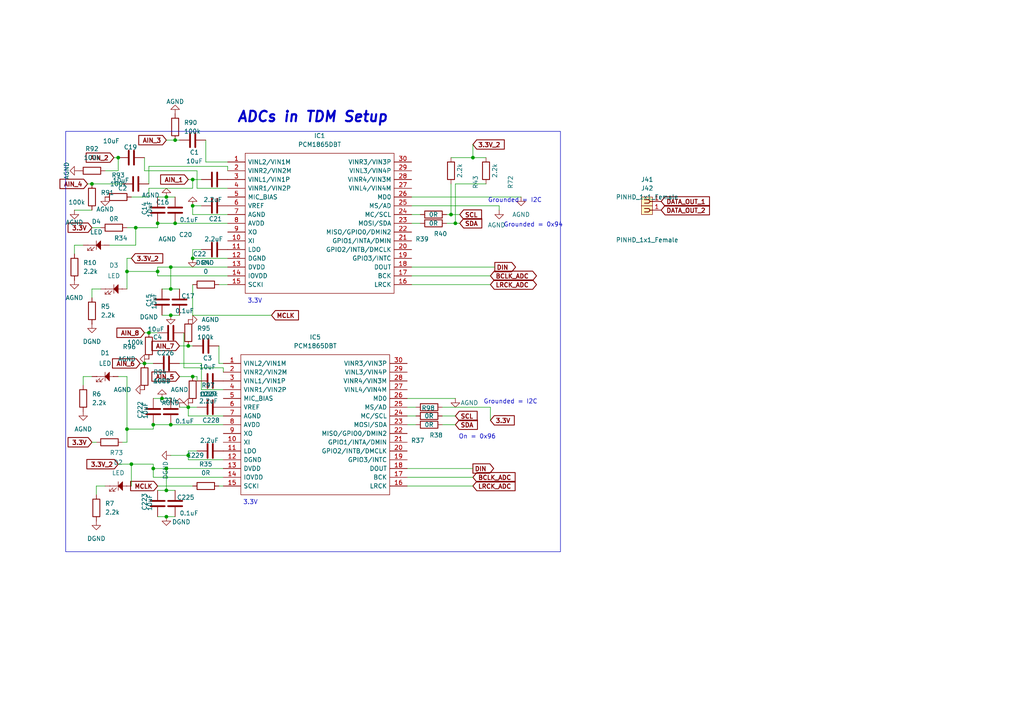
<source format=kicad_sch>
(kicad_sch (version 20231120) (generator "eeschema") (generator_version "8.0")
  (paper "A4")
  (title_block (company "Michael Meyers"))
  (lib_symbols
    (symbol "Device:C" (pin_numbers hide) (pin_names (offset 0.254))
      (property "Reference" "C" (at 0.635 2.54 0))
      (property "Value" "C" (at 0.635 -2.54 0))
      (symbol "C_0_1"
        (polyline (pts (xy -2.032 -0.762) (xy 2.032 -0.762)) (stroke (width 0.508)))
        (polyline (pts (xy -2.032 0.762) (xy 2.032 0.762)) (stroke (width 0.508)))
      )
      (symbol "C_1_1"
        (pin passive line (at 0 3.81 270) (length 2.794) (name "~") (number "1"))
        (pin passive line (at 0 -3.81 90) (length 2.794) (name "~") (number "2"))
      )
    )
    (symbol "Device:R" (pin_numbers hide) (pin_names (offset 0))
      (property "Reference" "R" (at 2.032 0 90))
      (property "Value" "R" (at 0 0 90))
      (symbol "R_0_1"
        (rectangle (start -1.016 -2.54) (end 1.016 2.54) (stroke (width 0.254)))
      )
      (symbol "R_1_1"
        (pin passive line (at 0 3.81 270) (length 1.27) (name "~") (number "1"))
        (pin passive line (at 0 -3.81 90) (length 1.27) (name "~") (number "2"))
      )
    )
    (symbol "PCM_Resistor_AKL:R_0402" (pin_numbers hide) (pin_names (offset 0))
      (property "Reference" "R" (at 2.54 1.27 0))
      (property "Value" "R_0402" (at 2.54 -1.27 0))
      (symbol "R_0402_0_1"
        (rectangle (start -1.016 2.54) (end 1.016 -2.54) (stroke (width 0.254)))
      )
      (symbol "R_0402_0_2"
        (polyline (pts (xy -2.54 -2.54) (xy -1.524 -1.524)))
        (polyline (pts (xy 1.524 1.524) (xy 2.54 2.54)))
        (polyline (pts (xy 1.524 1.524) (xy 0.889 2.159) (xy -2.159 -0.889) (xy -0.889 -2.159) (xy 2.159 0.889) (xy 1.524 1.524)) (stroke (width 0.254)))
      )
      (symbol "R_0402_1_1"
        (pin passive line (at 0 3.81 270) (length 1.27) (name "~") (number "1"))
        (pin passive line (at 0 -3.81 90) (length 1.27) (name "~") (number "2"))
      )
      (symbol "R_0402_1_2"
        (pin passive line (at 2.54 2.54 180) (length 0) (name "") (number "1"))
        (pin passive line (at -2.54 -2.54 0) (length 0) (name "") (number "2"))
      )
    )
    (symbol "PCM_SL_Devices:LED"
      (property "Reference" "D" (at -0.508 5.334 0))
      (property "Value" "LED" (at -0.508 2.794 0))
      (symbol "LED_0_1"
        (polyline (pts (xy -1.27 0) (xy -2.54 0)))
        (polyline (pts (xy 0 1.27) (xy 0 -1.27)))
        (polyline (pts (xy 0.508 0.508) (xy 1.524 1.524)))
        (polyline (pts (xy 1.27 0) (xy 2.54 0)))
        (polyline (pts (xy 1.524 0.508) (xy 2.54 1.524)))
        (polyline (pts (xy 1.524 1.524) (xy 0.889 1.524)))
        (polyline (pts (xy 1.524 1.524) (xy 1.524 0.889)))
        (polyline (pts (xy 2.54 1.524) (xy 1.905 1.524)))
        (polyline (pts (xy 2.54 1.524) (xy 2.54 0.889)))
        (polyline (pts (xy 0 0) (xy -1.27 -1.27) (xy -1.27 1.27) (xy 0 0) (xy 1.27 0)) (fill (type outline)))
      )
      (symbol "LED_1_1"
        (pin passive line (at 3.81 0 180) (length 1.5) (name "~") (number "1"))
        (pin passive line (at -3.81 0 0) (length 1.5) (name "") (number "2"))
      )
    )
    (symbol "PCM_SL_Pin_Headers:PINHD_1x1_Female"
      (property "Reference" "J" (at 0 6.35 0))
      (property "Value" "PINHD_1x1_Female" (at 0 3.81 0))
      (symbol "PINHD_1x1_Female_0_1"
        (rectangle (start -1.27 1.27) (end 1.905 -1.27) (fill (type background)))
        (arc (start -0.508 0) (mid -0.3592 -0.3592) (end 0 -0.508) (stroke (width 0.25)))
        (polyline (pts (xy -1.27 0) (xy -0.508 0)) (stroke (width 0.25)))
        (polyline (pts (xy 0 -0.508) (xy 1.016 -0.508)) (stroke (width 0.25)))
        (polyline (pts (xy 0 0.508) (xy 1.016 0.508)) (stroke (width 0.25)))
        (arc (start 0 0.508) (mid -0.3592 0.3592) (end -0.508 0) (stroke (width 0.25)))
      )
      (symbol "PINHD_1x1_Female_1_1"
        (pin passive line (at -3.81 0 0) (length 2.54) (name "") (number "1"))
      )
    )
    (symbol "SamacSys_Parts:PCM1865DBT" (pin_names (offset 0.762))
      (property "Reference" "IC" (at 49.53 7.62 0))
      (property "Value" "PCM1865DBT" (at 49.53 5.08 0))
      (symbol "PCM1865DBT_0_0"
        (pin passive line (at 0 0 0) (length 5.08) (name "VINL2/VIN1M") (number "1"))
        (pin passive line (at 0 -22.86 0) (length 5.08) (name "XI") (number "10"))
        (pin passive line (at 0 -25.4 0) (length 5.08) (name "LDO") (number "11"))
        (pin passive line (at 0 -27.94 0) (length 5.08) (name "DGND") (number "12"))
        (pin passive line (at 0 -30.48 0) (length 5.08) (name "DVDD") (number "13"))
        (pin passive line (at 0 -33.02 0) (length 5.08) (name "IOVDD") (number "14"))
        (pin passive line (at 0 -35.56 0) (length 5.08) (name "SCKI") (number "15"))
        (pin passive line (at 53.34 -35.56 180) (length 5.08) (name "LRCK") (number "16"))
        (pin passive line (at 53.34 -33.02 180) (length 5.08) (name "BCK") (number "17"))
        (pin passive line (at 53.34 -30.48 180) (length 5.08) (name "DOUT") (number "18"))
        (pin passive line (at 53.34 -27.94 180) (length 5.08) (name "GPIO3/INTC") (number "19"))
        (pin passive line (at 0 -2.54 0) (length 5.08) (name "VINR2/VIN2M") (number "2"))
        (pin passive line (at 53.34 -25.4 180) (length 5.08) (name "GPIO2/INTB/DMCLK") (number "20"))
        (pin passive line (at 53.34 -22.86 180) (length 5.08) (name "GPIO1/INTA/DMIN") (number "21"))
        (pin passive line (at 53.34 -20.32 180) (length 5.08) (name "MISO/GPIO0/DMIN2") (number "22"))
        (pin passive line (at 53.34 -17.78 180) (length 5.08) (name "MOSI/SDA") (number "23"))
        (pin passive line (at 53.34 -15.24 180) (length 5.08) (name "MC/SCL") (number "24"))
        (pin passive line (at 53.34 -12.7 180) (length 5.08) (name "MS/AD") (number "25"))
        (pin passive line (at 53.34 -10.16 180) (length 5.08) (name "MD0") (number "26"))
        (pin passive line (at 53.34 -7.62 180) (length 5.08) (name "VINL4/VIN4M") (number "27"))
        (pin passive line (at 53.34 -5.08 180) (length 5.08) (name "VINR4/VIN3M") (number "28"))
        (pin passive line (at 53.34 -2.54 180) (length 5.08) (name "VINL3/VIN4P") (number "29"))
        (pin passive line (at 0 -5.08 0) (length 5.08) (name "VINL1/VIN1P") (number "3"))
        (pin passive line (at 53.34 0 180) (length 5.08) (name "VINR3/VIN3P") (number "30"))
        (pin passive line (at 0 -7.62 0) (length 5.08) (name "VINR1/VIN2P") (number "4"))
        (pin passive line (at 0 -10.16 0) (length 5.08) (name "MIC_BIAS") (number "5"))
        (pin passive line (at 0 -12.7 0) (length 5.08) (name "VREF") (number "6"))
        (pin passive line (at 0 -15.24 0) (length 5.08) (name "AGND") (number "7"))
        (pin passive line (at 0 -17.78 0) (length 5.08) (name "AVDD") (number "8"))
        (pin passive line (at 0 -20.32 0) (length 5.08) (name "XO") (number "9"))
      )
      (symbol "PCM1865DBT_0_1"
        (polyline (pts (xy 5.08 2.54) (xy 48.26 2.54) (xy 48.26 -38.1) (xy 5.08 -38.1) (xy 5.08 2.54)) (stroke (width 0.1524)))
      )
    )
    (symbol "power:GND" (power) (pin_numbers hide) (pin_names (offset 0) hide)
      (property "Value" "GND" (at 0 -3.81 0))
      (symbol "GND_0_1"
        (polyline (pts (xy 0 0) (xy 0 -1.27) (xy 1.27 -1.27) (xy 0 -2.54) (xy -1.27 -1.27) (xy 0 -1.27)))
      )
      (symbol "GND_1_1"
        (pin power_in line (at 0 0 270) (length 0) (name "~") (number "1"))
      )
    )
  )
  (junction (at 38.1 134.62))
  (junction (at 55.88 59.69))
  (junction (at 54.61 100.33))
  (junction (at 55.88 74.93))
  (junction (at 44.45 123.19))
  (junction (at 137.16 45.72))
  (junction (at 49.53 91.44))
  (junction (at 48.26 149.86))
  (junction (at 49.53 77.47))
  (junction (at 46.99 115.57))
  (junction (at 34.29 45.72))
  (junction (at 49.53 83.82))
  (junction (at 48.26 135.89))
  (junction (at 41.91 105.41))
  (junction (at 36.83 124.46))
  (junction (at 48.26 142.24))
  (junction (at 54.61 118.11))
  (junction (at 43.18 96.52))
  (junction (at 50.8 40.64))
  (junction (at 132.08 64.77))
  (junction (at 130.81 62.23))
  (junction (at 45.72 64.77))
  (junction (at 55.88 109.22))
  (junction (at 55.88 52.07))
  (junction (at 44.45 135.89))
  (junction (at 49.53 123.19))
  (junction (at 54.61 132.08))
  (junction (at 45.72 78.74))
  (junction (at 26.67 53.34))
  (junction (at 39.37 66.04))
  (junction (at 50.8 64.77))
  (junction (at 36.83 78.74))
  (junction (at 48.26 57.15))
  (wire (pts (xy 21.59 60.96) (xy 26.67 60.96)))
  (wire (pts (xy 55.88 91.44) (xy 55.88 82.55)))
  (wire (pts (xy 57.15 49.53) (xy 57.15 54.61)))
  (wire (pts (xy 49.53 83.82) (xy 52.07 83.82)))
  (wire (pts (xy 30.48 49.53) (xy 34.29 49.53)))
  (wire (pts (xy 50.8 40.64) (xy 52.07 40.64)))
  (wire (pts (xy 54.61 132.08) (xy 54.61 133.35)))
  (wire (pts (xy 54.61 130.81) (xy 57.15 130.81)))
  (wire (pts (xy 26.67 128.27) (xy 27.94 128.27)))
  (wire (pts (xy 45.72 142.24) (xy 48.26 142.24)))
  (wire (pts (xy 49.53 77.47) (xy 49.53 83.82)))
  (wire (pts (xy 54.61 120.65) (xy 64.77 120.65)))
  (wire (pts (xy 54.61 118.11) (xy 54.61 120.65)))
  (wire (pts (xy 24.13 71.12) (xy 21.59 71.12)))
  (wire (pts (xy 45.72 149.86) (xy 48.26 149.86)))
  (wire (pts (xy 43.18 96.52) (xy 45.72 96.52)))
  (wire (pts (xy 43.18 54.61) (xy 43.18 57.15)))
  (wire (pts (xy 55.88 91.44) (xy 78.74 91.44)))
  (wire (pts (xy 118.11 123.19) (xy 120.65 123.19)))
  (wire (pts (xy 55.88 52.07) (xy 58.42 52.07)))
  (wire (pts (xy 140.97 53.34) (xy 132.08 53.34)))
  (wire (pts (xy 128.27 120.65) (xy 132.08 120.65)))
  (wire (pts (xy 43.18 48.26) (xy 66.04 48.26)))
  (wire (pts (xy 55.88 54.61) (xy 43.18 54.61)))
  (wire (pts (xy 49.53 77.47) (xy 45.72 77.47)))
  (wire (pts (xy 63.5 82.55) (xy 66.04 82.55)))
  (wire (pts (xy 58.42 113.03) (xy 64.77 113.03)))
  (wire (pts (xy 48.26 135.89) (xy 44.45 135.89)))
  (wire (pts (xy 118.11 118.11) (xy 120.65 118.11)))
  (wire (pts (xy 118.11 140.97) (xy 137.16 140.97)))
  (wire (pts (xy 36.83 109.22) (xy 36.83 124.46)))
  (wire (pts (xy 119.38 64.77) (xy 121.92 64.77)))
  (wire (pts (xy 29.21 83.82) (xy 26.67 83.82)))
  (wire (pts (xy 119.38 59.69) (xy 144.78 59.69)))
  (wire (pts (xy 46.99 83.82) (xy 49.53 83.82)))
  (wire (pts (xy 43.18 57.15) (xy 38.1 57.15)))
  (wire (pts (xy 46.99 91.44) (xy 49.53 91.44)))
  (wire (pts (xy 66.04 48.26) (xy 66.04 49.53)))
  (wire (pts (xy 49.53 91.44) (xy 52.07 91.44)))
  (wire (pts (xy 52.07 109.22) (xy 55.88 109.22)))
  (wire (pts (xy 39.37 66.04) (xy 45.72 66.04)))
  (wire (pts (xy 50.8 64.77) (xy 45.72 64.77)))
  (wire (pts (xy 46.99 115.57) (xy 49.53 115.57)))
  (wire (pts (xy 53.34 106.68) (xy 64.77 106.68)))
  (wire (pts (xy 118.11 115.57) (xy 132.08 115.57)))
  (wire (pts (xy 41.91 105.41) (xy 44.45 105.41)))
  (wire (pts (xy 49.53 132.08) (xy 54.61 132.08)))
  (wire (pts (xy 58.42 105.41) (xy 58.42 113.03)))
  (wire (pts (xy 41.91 96.52) (xy 43.18 96.52)))
  (wire (pts (xy 45.72 78.74) (xy 45.72 77.47)))
  (wire (pts (xy 119.38 62.23) (xy 121.92 62.23)))
  (wire (pts (xy 36.83 124.46) (xy 44.45 124.46)))
  (wire (pts (xy 43.18 53.34) (xy 43.18 48.26)))
  (wire (pts (xy 45.72 57.15) (xy 48.26 57.15)))
  (wire (pts (xy 137.16 41.91) (xy 137.16 45.72)))
  (wire (pts (xy 57.15 109.22) (xy 57.15 110.49)))
  (wire (pts (xy 54.61 100.33) (xy 55.88 100.33)))
  (wire (pts (xy 34.29 49.53) (xy 34.29 45.72)))
  (wire (pts (xy 118.11 138.43) (xy 137.16 138.43)))
  (wire (pts (xy 66.04 74.93) (xy 55.88 74.93)))
  (wire (pts (xy 55.88 59.69) (xy 55.88 62.23)))
  (wire (pts (xy 59.69 46.99) (xy 66.04 46.99)))
  (wire (pts (xy 45.72 140.97) (xy 55.88 140.97)))
  (wire (pts (xy 26.67 109.22) (xy 24.13 109.22)))
  (wire (pts (xy 44.45 115.57) (xy 46.99 115.57)))
  (wire (pts (xy 27.94 140.97) (xy 27.94 143.51)))
  (wire (pts (xy 39.37 71.12) (xy 39.37 66.04)))
  (wire (pts (xy 57.15 118.11) (xy 54.61 118.11)))
  (wire (pts (xy 38.1 74.93) (xy 36.83 74.93)))
  (wire (pts (xy 64.77 123.19) (xy 49.53 123.19)))
  (wire (pts (xy 31.75 71.12) (xy 39.37 71.12)))
  (wire (pts (xy 64.77 106.68) (xy 64.77 107.95)))
  (wire (pts (xy 38.1 134.62) (xy 44.45 134.62)))
  (wire (pts (xy 63.5 140.97) (xy 64.77 140.97)))
  (wire (pts (xy 129.54 62.23) (xy 130.81 62.23)))
  (wire (pts (xy 41.91 49.53) (xy 57.15 49.53)))
  (wire (pts (xy 38.1 134.62) (xy 38.1 140.97)))
  (wire (pts (xy 64.77 133.35) (xy 54.61 133.35)))
  (wire (pts (xy 45.72 80.01) (xy 45.72 78.74)))
  (wire (pts (xy 34.29 109.22) (xy 36.83 109.22)))
  (wire (pts (xy 128.27 118.11) (xy 142.24 118.11)))
  (wire (pts (xy 128.27 123.19) (xy 132.08 123.19)))
  (wire (pts (xy 144.78 59.69) (xy 144.78 60.96)))
  (wire (pts (xy 26.67 53.34) (xy 35.56 53.34)))
  (wire (pts (xy 118.11 135.89) (xy 137.16 135.89)))
  (wire (pts (xy 52.07 118.11) (xy 54.61 118.11)))
  (wire (pts (xy 36.83 74.93) (xy 36.83 78.74)))
  (wire (pts (xy 48.26 142.24) (xy 50.8 142.24)))
  (wire (pts (xy 55.88 72.39) (xy 55.88 74.93)))
  (wire (pts (xy 55.88 72.39) (xy 58.42 72.39)))
  (wire (pts (xy 36.83 78.74) (xy 36.83 83.82)))
  (wire (pts (xy 142.24 118.11) (xy 142.24 121.92)))
  (wire (pts (xy 53.34 96.52) (xy 53.34 106.68)))
  (wire (pts (xy 66.04 77.47) (xy 49.53 77.47)))
  (wire (pts (xy 63.5 100.33) (xy 63.5 105.41)))
  (wire (pts (xy 36.83 66.04) (xy 39.37 66.04)))
  (wire (pts (xy 119.38 57.15) (xy 151.13 57.15)))
  (wire (pts (xy 64.77 135.89) (xy 48.26 135.89)))
  (wire (pts (xy 52.07 105.41) (xy 58.42 105.41)))
  (wire (pts (xy 48.26 57.15) (xy 50.8 57.15)))
  (wire (pts (xy 34.29 134.62) (xy 38.1 134.62)))
  (wire (pts (xy 66.04 64.77) (xy 50.8 64.77)))
  (wire (pts (xy 130.81 62.23) (xy 133.35 62.23)))
  (wire (pts (xy 137.16 45.72) (xy 130.81 45.72)))
  (wire (pts (xy 49.53 123.19) (xy 44.45 123.19)))
  (wire (pts (xy 137.16 45.72) (xy 140.97 45.72)))
  (wire (pts (xy 54.61 52.07) (xy 55.88 52.07)))
  (wire (pts (xy 26.67 83.82) (xy 26.67 86.36)))
  (wire (pts (xy 119.38 80.01) (xy 142.24 80.01)))
  (wire (pts (xy 55.88 62.23) (xy 66.04 62.23)))
  (wire (pts (xy 57.15 54.61) (xy 66.04 54.61)))
  (wire (pts (xy 21.59 71.12) (xy 21.59 73.66)))
  (wire (pts (xy 24.13 109.22) (xy 24.13 111.76)))
  (wire (pts (xy 44.45 134.62) (xy 44.45 135.89)))
  (wire (pts (xy 36.83 78.74) (xy 45.72 78.74)))
  (wire (pts (xy 58.42 59.69) (xy 55.88 59.69)))
  (wire (pts (xy 63.5 105.41) (xy 64.77 105.41)))
  (wire (pts (xy 25.4 53.34) (xy 26.67 53.34)))
  (wire (pts (xy 48.26 149.86) (xy 50.8 149.86)))
  (wire (pts (xy 118.11 120.65) (xy 120.65 120.65)))
  (wire (pts (xy 52.07 100.33) (xy 54.61 100.33)))
  (wire (pts (xy 34.29 45.72) (xy 33.02 45.72)))
  (wire (pts (xy 129.54 64.77) (xy 132.08 64.77)))
  (wire (pts (xy 55.88 109.22) (xy 57.15 109.22)))
  (wire (pts (xy 44.45 135.89) (xy 44.45 138.43)))
  (wire (pts (xy 130.81 53.34) (xy 130.81 62.23)))
  (wire (pts (xy 59.69 40.64) (xy 59.69 46.99)))
  (wire (pts (xy 54.61 130.81) (xy 54.61 132.08)))
  (wire (pts (xy 44.45 123.19) (xy 44.45 124.46)))
  (wire (pts (xy 30.48 140.97) (xy 27.94 140.97)))
  (wire (pts (xy 35.56 128.27) (xy 36.83 128.27)))
  (wire (pts (xy 45.72 64.77) (xy 45.72 66.04)))
  (wire (pts (xy 64.77 138.43) (xy 44.45 138.43)))
  (wire (pts (xy 48.26 40.64) (xy 50.8 40.64)))
  (wire (pts (xy 36.83 128.27) (xy 36.83 124.46)))
  (wire (pts (xy 41.91 45.72) (xy 41.91 49.53)))
  (wire (pts (xy 132.08 64.77) (xy 133.35 64.77)))
  (wire (pts (xy 40.64 105.41) (xy 41.91 105.41)))
  (wire (pts (xy 119.38 77.47) (xy 143.51 77.47)))
  (wire (pts (xy 48.26 135.89) (xy 48.26 142.24)))
  (wire (pts (xy 132.08 53.34) (xy 132.08 64.77)))
  (wire (pts (xy 26.67 66.04) (xy 29.21 66.04)))
  (wire (pts (xy 66.04 80.01) (xy 45.72 80.01)))
  (wire (pts (xy 55.88 52.07) (xy 55.88 54.61)))
  (wire (pts (xy 119.38 82.55) (xy 142.24 82.55)))
  (rectangle (start 19.05 38.1) (end 162.56 160.02))
  (text "3.3V" (at 72.644 145.796 0) (effects (font (size 1.27 1.27))))
  (text "3.3V" (at 73.914 87.376 0) (effects (font (size 1.27 1.27))))
  (text "Grounded = I2C\n" (at 149.352 58.166 0) (effects (font (size 1.27 1.27))))
  (text "Grounded = I2C\n" (at 148.082 116.586 0) (effects (font (size 1.27 1.27))))
  (text "On = 0x96" (at 138.43 126.746 0) (effects (font (size 1.27 1.27))))
  (text "Grounded = 0x94" (at 154.686 65.278 0) (effects (font (size 1.27 1.27))))
  (text "ADCs in TDM Setup" (at 90.678 34.036 0) (effects (font (size 3 3) (thickness 0.6) (bold yes) (italic yes))))
  (global_label "SCL" (shape input) (at 133.35 62.23 0) (effects (font (bold yes))) (property "Intersheetrefs" "${INTERSHEET_REFS}" (effects (hide yes))))
  (global_label "BCLK_ADC" (shape bidirectional) (at 142.24 80.01 0) (effects (font (bold yes))) (property "Intersheetrefs" "${INTERSHEET_REFS}" (effects (hide yes))))
  (global_label "3.3V" (shape input) (at 26.67 128.27 180) (effects (font (bold yes))) (property "Intersheetrefs" "${INTERSHEET_REFS}" (effects (hide yes))))
  (global_label "AIN_1" (shape input) (at 54.61 52.07 180) (effects (font (bold yes))) (property "Intersheetrefs" "${INTERSHEET_REFS}" (effects (hide yes))))
  (global_label "3.3V_2" (shape input) (at 34.29 134.62 180) (effects (font (bold yes))) (property "Intersheetrefs" "${INTERSHEET_REFS}" (effects (hide yes))))
  (global_label "AIN_3" (shape input) (at 48.26 40.64 180) (effects (font (bold yes))) (property "Intersheetrefs" "${INTERSHEET_REFS}" (effects (hide yes))))
  (global_label "SDA" (shape input) (at 133.35 64.77 0) (effects (font (bold yes))) (property "Intersheetrefs" "${INTERSHEET_REFS}" (effects (hide yes))))
  (global_label "SCL" (shape input) (at 132.08 120.65 0) (effects (font (bold yes))) (property "Intersheetrefs" "${INTERSHEET_REFS}" (effects (hide yes))))
  (global_label "AIN_8" (shape input) (at 41.91 96.52 180) (effects (font (bold yes))) (property "Intersheetrefs" "${INTERSHEET_REFS}" (effects (hide yes))))
  (global_label "MCLK" (shape input) (at 78.74 91.44 0) (effects (font (bold yes))) (property "Intersheetrefs" "${INTERSHEET_REFS}" (effects (hide yes))))
  (global_label "LRCK_ADC" (shape bidirectional) (at 142.24 82.55 0) (effects (font (bold yes))) (property "Intersheetrefs" "${INTERSHEET_REFS}" (effects (hide yes))))
  (global_label "3.3V" (shape input) (at 142.24 121.92 0) (effects (font (bold yes))) (property "Intersheetrefs" "${INTERSHEET_REFS}" (effects (hide yes))))
  (global_label "LRCK_ADC" (shape input) (at 137.16 140.97 0) (effects (font (bold yes))) (property "Intersheetrefs" "${INTERSHEET_REFS}" (effects (hide yes))))
  (global_label "AIN_2" (shape input) (at 33.02 45.72 180) (effects (font (bold yes))) (property "Intersheetrefs" "${INTERSHEET_REFS}" (effects (hide yes))))
  (global_label "DIN" (shape output) (at 143.51 77.47 0) (effects (font (bold yes))) (property "Intersheetrefs" "${INTERSHEET_REFS}" (effects (hide yes))))
  (global_label "3.3V_2" (shape input) (at 137.16 41.91 0) (effects (font (bold yes))) (property "Intersheetrefs" "${INTERSHEET_REFS}" (effects (hide yes))))
  (global_label "3.3V" (shape input) (at 26.67 66.04 180) (effects (font (bold yes))) (property "Intersheetrefs" "${INTERSHEET_REFS}" (effects (hide yes))))
  (global_label "AIN_6" (shape input) (at 40.64 105.41 180) (effects (font (bold yes))) (property "Intersheetrefs" "${INTERSHEET_REFS}" (effects (hide yes))))
  (global_label "3.3V_2" (shape input) (at 38.1 74.93 0) (effects (font (bold yes))) (property "Intersheetrefs" "${INTERSHEET_REFS}" (effects (hide yes))))
  (global_label "SDA" (shape input) (at 132.08 123.19 0) (effects (font (bold yes))) (property "Intersheetrefs" "${INTERSHEET_REFS}" (effects (hide yes))))
  (global_label "AIN_7" (shape input) (at 52.07 100.33 180) (effects (font (bold yes))) (property "Intersheetrefs" "${INTERSHEET_REFS}" (effects (hide yes))))
  (global_label "BCLK_ADC" (shape input) (at 137.16 138.43 0) (effects (font (bold yes))) (property "Intersheetrefs" "${INTERSHEET_REFS}" (effects (hide yes))))
  (global_label "DATA_OUT_2" (shape input) (at 191.77 60.96 0) (effects (font (bold yes))) (property "Intersheetrefs" "${INTERSHEET_REFS}" (effects (hide yes))))
  (global_label "MCLK" (shape input) (at 45.72 140.97 180) (effects (font (bold yes))) (property "Intersheetrefs" "${INTERSHEET_REFS}" (effects (hide yes))))
  (global_label "AIN_5" (shape input) (at 52.07 109.22 180) (effects (font (bold yes))) (property "Intersheetrefs" "${INTERSHEET_REFS}" (effects (hide yes))))
  (global_label "AIN_4" (shape input) (at 25.4 53.34 180) (effects (font (bold yes))) (property "Intersheetrefs" "${INTERSHEET_REFS}" (effects (hide yes))))
  (global_label "DATA_OUT_1" (shape input) (at 191.77 58.42 0) (effects (font (bold yes))) (property "Intersheetrefs" "${INTERSHEET_REFS}" (effects (hide yes))))
  (global_label "DIN" (shape output) (at 137.16 135.89 0) (effects (font (bold yes))) (property "Intersheetrefs" "${INTERSHEET_REFS}" (effects (hide yes))))
  (symbol (lib_id "Device:C") (at 50.8 60.96 0) (unit 1)
    (property "Reference" "C16" (at 45.212 58.674 0) (effects (justify left)))
    (property "Value" "0.1uF" (at 52.07 63.754 0) (effects (justify left)))
    (property "Footprint" "Capacitor_SMD:C_0603_1608Metric_Pad1.08x0.95mm_HandSolder" (effects (hide yes)))
    (property "Description" "Unpolarized capacitor" (effects (hide yes)))
  )
  (symbol (lib_id "PCM_Resistor_AKL:R_0402") (at 26.67 49.53 270) (unit 1)
    (property "Reference" "R92" (at 26.67 43.18 90))
    (property "Value" "100k" (at 26.67 45.72 90))
    (property "Footprint" "PCM_Resistor_SMD_AKL:R_0402_1005Metric" (effects (hide yes)))
    (property "Description" "SMD 0402 Chip Resistor, European Symbol, Alternate KiCad Library" (effects (hide yes)))
  )
  (symbol (lib_id "power:GND") (at 46.99 115.57 180) (unit 1) (on_board no)
    (property "Reference" "#PWR089" (effects (hide yes)))
    (property "Value" "AGND" (at 46.99 110.49 0))
    (property "Description" "Power symbol creates a global label with name \"GND\" , ground" (effects (hide yes)))
  )
  (symbol (lib_id "Device:C") (at 50.8 146.05 0) (unit 1)
    (property "Reference" "C225" (at 51.308 144.272 0) (effects (justify left)))
    (property "Value" "0.1uF" (at 52.07 148.844 0) (effects (justify left)))
    (property "Footprint" "Capacitor_SMD:C_0603_1608Metric_Pad1.08x0.95mm_HandSolder" (effects (hide yes)))
    (property "Description" "Unpolarized capacitor" (effects (hide yes)))
  )
  (symbol (lib_id "Device:R") (at 27.94 147.32 0) (unit 1)
    (property "Reference" "R7" (at 30.48 146.0499 0) (effects (justify left)))
    (property "Value" "2.2k" (at 30.48 148.5899 0) (effects (justify left)))
    (property "Footprint" "Resistor_SMD:R_0805_2012Metric" (effects (hide yes)))
    (property "Description" "Resistor" (effects (hide yes)))
  )
  (symbol (lib_id "Device:C") (at 62.23 72.39 90) (unit 1)
    (property "Reference" "C22" (at 57.912 73.66 90))
    (property "Value" "2.2uF" (at 61.976 69.342 90))
    (property "Footprint" "Capacitor_SMD:C_0805_2012Metric" (effects (hide yes)))
    (property "Description" "Unpolarized capacitor" (effects (hide yes)))
  )
  (symbol (lib_id "Device:C") (at 39.37 53.34 270) (unit 1)
    (property "Reference" "C2" (at 35.56 54.61 90))
    (property "Value" "10uF" (at 35.052 52.324 90))
    (property "Footprint" "Capacitor_SMD:C_0805_2012Metric" (effects (hide yes)))
    (property "Description" "Unpolarized capacitor" (effects (hide yes)))
  )
  (symbol (lib_id "power:GND") (at 55.88 74.93 0) (unit 1)
    (property "Reference" "#PWR028" (effects (hide yes)))
    (property "Value" "DGND" (at 59.436 76.2 0))
    (property "Description" "Power symbol creates a global label with name \"GND\" , ground" (effects (hide yes)))
  )
  (symbol (lib_id "power:GND") (at 27.94 151.13 0) (unit 1)
    (property "Reference" "#PWR096" (effects (hide yes)))
    (property "Value" "DGND" (at 27.94 156.21 0))
    (property "Description" "Power symbol creates a global label with name \"GND\" , ground" (effects (hide yes)))
  )
  (symbol (lib_id "Device:C") (at 60.96 130.81 90) (unit 1)
    (property "Reference" "C229" (at 56.642 132.08 90))
    (property "Value" "2.2uF" (at 60.706 127.762 90))
    (property "Footprint" "Capacitor_SMD:C_0805_2012Metric" (effects (hide yes)))
    (property "Description" "Unpolarized capacitor" (effects (hide yes)))
  )
  (symbol (lib_id "power:GND") (at 49.53 132.08 270) (unit 1)
    (property "Reference" "#PWR0216" (effects (hide yes)))
    (property "Value" "DGND" (at 48.006 136.398 0))
    (property "Description" "Power symbol creates a global label with name \"GND\" , ground" (effects (hide yes)))
  )
  (symbol (lib_id "power:GND") (at 48.26 149.86 0) (unit 1)
    (property "Reference" "#PWR056" (effects (hide yes)))
    (property "Value" "DGND" (at 52.578 151.384 0))
    (property "Description" "Power symbol creates a global label with name \"GND\" , ground" (effects (hide yes)))
  )
  (symbol (lib_id "power:GND") (at 151.13 57.15 0) (unit 1)
    (property "Reference" "#PWR035" (effects (hide yes)))
    (property "Value" "AGND" (at 151.13 62.23 0))
    (property "Description" "Power symbol creates a global label with name \"GND\" , ground" (effects (hide yes)))
  )
  (symbol (lib_id "power:GND") (at 55.88 59.69 180) (unit 1) (on_board no)
    (property "Reference" "#PWR029" (effects (hide yes)))
    (property "Value" "AGND" (at 48.514 69.342 0))
    (property "Description" "Power symbol creates a global label with name \"GND\" , ground" (effects (hide yes)))
  )
  (symbol (lib_id "PCM_Resistor_AKL:R_0402") (at 50.8 36.83 180) (unit 1)
    (property "Reference" "R90" (at 53.34 35.5599 0) (effects (justify right)))
    (property "Value" "100k" (at 53.34 38.0999 0) (effects (justify right)))
    (property "Footprint" "PCM_Resistor_SMD_AKL:R_0402_1005Metric" (effects (hide yes)))
    (property "Description" "SMD 0402 Chip Resistor, European Symbol, Alternate KiCad Library" (effects (hide yes)))
  )
  (symbol (lib_id "PCM_Resistor_AKL:R_0402") (at 26.67 57.15 0) (unit 1)
    (property "Reference" "R91" (at 29.21 55.8799 0) (effects (justify left)))
    (property "Value" "100k" (at 19.812 58.674 0) (effects (justify left)))
    (property "Footprint" "PCM_Resistor_SMD_AKL:R_0402_1005Metric" (effects (hide yes)))
    (property "Description" "SMD 0402 Chip Resistor, European Symbol, Alternate KiCad Library" (effects (hide yes)))
  )
  (symbol (lib_id "PCM_SL_Devices:LED") (at 30.48 109.22 180) (unit 1)
    (property "Reference" "D1" (at 30.48 102.362 0))
    (property "Value" "LED" (at 30.48 105.41 0))
    (property "Footprint" "LED_SMD:LED_0402_1005Metric_Pad0.77x0.64mm_HandSolder" (effects (hide yes)))
    (property "Datasheet" "https://www.we-online.com/components/products/datasheet/150060BS75000.pdf" (effects (hide yes)))
    (property "Description" "Common 5mm diameter LED" (effects (hide yes)))
  )
  (symbol (lib_id "power:GND") (at 132.08 115.57 0) (unit 1)
    (property "Reference" "#PWR0217" (effects (hide yes)))
    (property "Value" "AGND" (at 136.144 116.84 0))
    (property "Description" "Power symbol creates a global label with name \"GND\" , ground" (effects (hide yes)))
  )
  (symbol (lib_id "power:GND") (at 55.88 116.84 270) (unit 1) (on_board no)
    (property "Reference" "#PWR0111" (effects (hide yes)))
    (property "Value" "AGND" (at 52.07 116.8399 90) (effects (justify right)))
    (property "Description" "Power symbol creates a global label with name \"GND\" , ground" (effects (hide yes)))
  )
  (symbol (lib_id "Device:C") (at 60.96 110.49 90) (unit 1)
    (property "Reference" "C227" (at 60.452 114.3 90))
    (property "Value" "10uF" (at 60.198 114.3 90))
    (property "Footprint" "Capacitor_SMD:C_0805_2012Metric" (effects (hide yes)))
    (property "Description" "Unpolarized capacitor" (effects (hide yes)))
  )
  (symbol (lib_id "power:GND") (at 43.18 104.14 270) (unit 1) (on_board no)
    (property "Reference" "#PWR0112" (effects (hide yes)))
    (property "Value" "AGND" (at 39.37 104.1399 90) (effects (justify right)))
    (property "Description" "Power symbol creates a global label with name \"GND\" , ground" (effects (hide yes)))
  )
  (symbol (lib_id "Device:C") (at 45.72 60.96 0) (unit 1)
    (property "Reference" "C14" (at 41.91 60.452 90))
    (property "Value" "10uF" (at 43.434 60.706 90))
    (property "Footprint" "Capacitor_SMD:C_0805_2012Metric" (effects (hide yes)))
    (property "Description" "Unpolarized capacitor" (effects (hide yes)))
  )
  (symbol (lib_id "Device:C") (at 59.69 100.33 270) (unit 1)
    (property "Reference" "C3" (at 60.198 103.886 90))
    (property "Value" "10uF" (at 60.198 106.426 90))
    (property "Footprint" "Capacitor_SMD:C_0805_2012Metric" (effects (hide yes)))
    (property "Description" "Unpolarized capacitor" (effects (hide yes)))
  )
  (symbol (lib_id "Device:R") (at 33.02 66.04 90) (unit 1)
    (property "Reference" "R34" (at 35.052 69.088 90))
    (property "Value" "0R" (at 33.02 63.5 90))
    (property "Footprint" "Resistor_SMD:R_0805_2012Metric_Pad1.20x1.40mm_HandSolder" (effects (hide yes)))
    (property "Description" "Resistor" (effects (hide yes)))
  )
  (symbol (lib_id "Device:R") (at 59.69 82.55 90) (unit 1)
    (property "Reference" "R4" (at 59.69 76.2 90))
    (property "Value" "0" (at 59.69 78.74 90))
    (property "Footprint" "Resistor_SMD:R_0805_2012Metric_Pad1.20x1.40mm_HandSolder" (effects (hide yes)))
    (property "Description" "Resistor" (effects (hide yes)))
  )
  (symbol (lib_id "PCM_Resistor_AKL:R_0402") (at 55.88 113.03 180) (unit 1)
    (property "Reference" "R97" (at 58.42 111.7599 0) (effects (justify right)))
    (property "Value" "100k" (at 58.42 114.2999 0) (effects (justify right)))
    (property "Footprint" "PCM_Resistor_SMD_AKL:R_0402_1005Metric" (effects (hide yes)))
    (property "Description" "SMD 0402 Chip Resistor, European Symbol, Alternate KiCad Library" (effects (hide yes)))
  )
  (symbol (lib_id "Device:C") (at 49.53 96.52 270) (unit 1)
    (property "Reference" "C4" (at 45.72 97.79 90))
    (property "Value" "10uF" (at 45.212 95.504 90))
    (property "Footprint" "Capacitor_SMD:C_0805_2012Metric" (effects (hide yes)))
    (property "Description" "Unpolarized capacitor" (effects (hide yes)))
  )
  (symbol (lib_id "Device:C") (at 62.23 59.69 90) (unit 1)
    (property "Reference" "C21" (at 62.484 63.5 90))
    (property "Value" "2.2uF" (at 61.722 57.912 90))
    (property "Footprint" "Capacitor_SMD:C_0805_2012Metric" (effects (hide yes)))
    (property "Description" "Unpolarized capacitor" (effects (hide yes)))
  )
  (symbol (lib_id "PCM_Resistor_AKL:R_0402") (at 41.91 109.22 0) (unit 1)
    (property "Reference" "R94" (at 44.45 107.9499 0) (effects (justify left)))
    (property "Value" "100k" (at 44.45 110.4899 0) (effects (justify left)))
    (property "Footprint" "PCM_Resistor_SMD_AKL:R_0402_1005Metric" (effects (hide yes)))
    (property "Description" "SMD 0402 Chip Resistor, European Symbol, Alternate KiCad Library" (effects (hide yes)))
  )
  (symbol (lib_id "Device:C") (at 46.99 87.63 0) (unit 1)
    (property "Reference" "C15" (at 43.18 87.122 90))
    (property "Value" "10uF" (at 44.704 87.376 90))
    (property "Footprint" "Capacitor_SMD:C_0805_2012Metric" (effects (hide yes)))
    (property "Description" "Unpolarized capacitor" (effects (hide yes)))
  )
  (symbol (lib_id "Device:C") (at 45.72 146.05 0) (unit 1)
    (property "Reference" "C223" (at 41.91 145.542 90))
    (property "Value" "10uF" (at 43.434 145.796 90))
    (property "Footprint" "Capacitor_SMD:C_0805_2012Metric" (effects (hide yes)))
    (property "Description" "Unpolarized capacitor" (effects (hide yes)))
  )
  (symbol (lib_id "Device:C") (at 38.1 45.72 90) (unit 1)
    (property "Reference" "C19" (at 37.846 42.672 90))
    (property "Value" "10uF" (at 32.258 40.894 90))
    (property "Footprint" "Capacitor_SMD:C_0805_2012Metric" (effects (hide yes)))
    (property "Description" "Unpolarized capacitor" (effects (hide yes)))
  )
  (symbol (lib_id "power:GND") (at 22.86 49.53 270) (unit 1) (on_board no)
    (property "Reference" "#PWR0110" (effects (hide yes)))
    (property "Value" "AGND" (at 19.304 49.53 0))
    (property "Description" "Power symbol creates a global label with name \"GND\" , ground" (effects (hide yes)))
  )
  (symbol (lib_id "PCM_SL_Pin_Headers:PINHD_1x1_Female") (at 187.96 58.42 180) (unit 1) (on_board no)
    (property "Reference" "J41" (at 187.705 52.07 0))
    (property "Value" "PINHD_1x1_Female" (at 187.706 69.596 0))
    (property "Footprint" "Connector_PinSocket_2.54mm:PinSocket_1x01_P2.54mm_Vertical" (effects (hide yes)))
    (property "Description" "Pin Header female with pin space 2.54mm. Pin Count -1" (effects (hide yes)))
  )
  (symbol (lib_id "Device:R") (at 130.81 49.53 180) (unit 1)
    (property "Reference" "R43" (at 137.922 52.832 90))
    (property "Value" "2.2k" (at 133.35 49.53 90))
    (property "Footprint" "Resistor_SMD:R_0805_2012Metric_Pad1.20x1.40mm_HandSolder" (effects (hide yes)))
    (property "Description" "Resistor" (effects (hide yes)))
  )
  (symbol (lib_id "power:GND") (at 144.78 60.96 0) (unit 1)
    (property "Reference" "#PWR0224" (effects (hide yes)))
    (property "Value" "AGND" (at 144.018 65.278 0))
    (property "Description" "Power symbol creates a global label with name \"GND\" , ground" (effects (hide yes)))
  )
  (symbol (lib_id "Device:R") (at 24.13 115.57 0) (unit 1)
    (property "Reference" "R6" (at 26.67 114.2999 0) (effects (justify left)))
    (property "Value" "2.2k" (at 26.67 116.8399 0) (effects (justify left)))
    (property "Footprint" "Resistor_SMD:R_0805_2012Metric" (effects (hide yes)))
    (property "Description" "Resistor" (effects (hide yes)))
  )
  (symbol (lib_id "SamacSys_Parts:PCM1865DBT") (at 64.77 105.41 0) (unit 1)
    (property "Reference" "IC5" (at 91.44 97.79 0))
    (property "Value" "PCM1865DBT" (at 91.44 100.33 0))
    (property "Footprint" "SamacSys_Parts:SOP50P640X120-30N" (effects (hide yes)))
    (property "Datasheet" "http://www.ti.com/lit/gpn/PCM1865" (effects (hide yes)))
    (property "Description" "110dB 4-Channel Software-Controlled Audio ADC With Universal Front End" (effects (hide yes)))
    (property "Description_1" "110dB 4-Channel Software-Controlled Audio ADC With Universal Front End" (effects (hide yes)))
    (property "Height" "1.2" (effects (hide yes)))
    (property "Manufacturer_Name" "Texas Instruments" (effects (hide yes)))
    (property "Manufacturer_Part_Number" "PCM1865DBT" (effects (hide yes)))
    (property "Mouser Part Number" "595-PCM1865DBT" (effects (hide yes)))
    (property "Mouser Price/Stock" "https://www.mouser.co.uk/ProductDetail/Texas-Instruments/PCM1865DBT?qs=p08Uhw9w2Fxozgcazf2OFQ%3D%3D" (effects (hide yes)))
    (property "Arrow Part Number" "PCM1865DBT" (effects (hide yes)))
    (property "Arrow Price/Stock" "https://www.arrow.com/en/products/pcm1865dbt/texas-instruments?region=nac" (effects (hide yes)))
  )
  (symbol (lib_id "Device:C") (at 60.96 118.11 90) (unit 1)
    (property "Reference" "C228" (at 61.214 121.92 90))
    (property "Value" "2.2uF" (at 60.452 116.332 90))
    (property "Footprint" "Capacitor_SMD:C_0805_2012Metric" (effects (hide yes)))
    (property "Description" "Unpolarized capacitor" (effects (hide yes)))
  )
  (symbol (lib_id "Device:C") (at 48.26 105.41 90) (unit 1)
    (property "Reference" "C226" (at 48.006 102.362 90))
    (property "Value" "10uF" (effects (hide yes)))
    (property "Footprint" "Capacitor_SMD:C_0805_2012Metric" (effects (hide yes)))
    (property "Description" "Unpolarized capacitor" (effects (hide yes)))
  )
  (symbol (lib_id "power:GND") (at 41.91 113.03 270) (unit 1) (on_board no)
    (property "Reference" "#PWR0113" (effects (hide yes)))
    (property "Value" "AGND" (at 38.1 113.0299 90) (effects (justify right)))
    (property "Description" "Power symbol creates a global label with name \"GND\" , ground" (effects (hide yes)))
  )
  (symbol (lib_id "power:GND") (at 26.67 93.98 0) (unit 1)
    (property "Reference" "#PWR098" (effects (hide yes)))
    (property "Value" "DGND" (at 26.67 99.06 0))
    (property "Description" "Power symbol creates a global label with name \"GND\" , ground" (effects (hide yes)))
  )
  (symbol (lib_id "Device:R") (at 31.75 128.27 90) (unit 1)
    (property "Reference" "R73" (at 33.782 131.318 90))
    (property "Value" "0R" (at 31.75 125.73 90))
    (property "Footprint" "Resistor_SMD:R_0805_2012Metric_Pad1.20x1.40mm_HandSolder" (effects (hide yes)))
    (property "Description" "Resistor" (effects (hide yes)))
  )
  (symbol (lib_id "SamacSys_Parts:PCM1865DBT") (at 66.04 46.99 0) (unit 1)
    (property "Reference" "IC1" (at 92.71 39.37 0))
    (property "Value" "PCM1865DBT" (at 92.71 41.91 0))
    (property "Footprint" "SamacSys_Parts:SOP50P640X120-30N" (effects (hide yes)))
    (property "Datasheet" "http://www.ti.com/lit/gpn/PCM1865" (effects (hide yes)))
    (property "Description" "110dB 4-Channel Software-Controlled Audio ADC With Universal Front End" (effects (hide yes)))
    (property "Description_1" "110dB 4-Channel Software-Controlled Audio ADC With Universal Front End" (effects (hide yes)))
    (property "Height" "1.2" (effects (hide yes)))
    (property "Manufacturer_Name" "Texas Instruments" (effects (hide yes)))
    (property "Manufacturer_Part_Number" "PCM1865DBT" (effects (hide yes)))
    (property "Mouser Part Number" "595-PCM1865DBT" (effects (hide yes)))
    (property "Mouser Price/Stock" "https://www.mouser.co.uk/ProductDetail/Texas-Instruments/PCM1865DBT?qs=p08Uhw9w2Fxozgcazf2OFQ%3D%3D" (effects (hide yes)))
    (property "Arrow Part Number" "PCM1865DBT" (effects (hide yes)))
    (property "Arrow Price/Stock" "https://www.arrow.com/en/products/pcm1865dbt/texas-instruments?region=nac" (effects (hide yes)))
  )
  (symbol (lib_id "power:GND") (at 52.07 118.11 180) (unit 1) (on_board no)
    (property "Reference" "#PWR090" (effects (hide yes)))
    (property "Value" "AGND" (at 52.07 113.03 0))
    (property "Description" "Power symbol creates a global label with name \"GND\" , ground" (effects (hide yes)))
  )
  (symbol (lib_id "PCM_SL_Pin_Headers:PINHD_1x1_Female") (at 187.96 60.96 180) (unit 1) (on_board no)
    (property "Reference" "J42" (at 187.705 54.61 0))
    (property "Value" "PINHD_1x1_Female" (at 187.705 57.15 0))
    (property "Footprint" "Connector_PinSocket_2.54mm:PinSocket_1x01_P2.54mm_Vertical" (effects (hide yes)))
    (property "Description" "Pin Header female with pin space 2.54mm. Pin Count -1" (effects (hide yes)))
  )
  (symbol (lib_id "power:GND") (at 49.53 91.44 0) (unit 1)
    (property "Reference" "#PWR01" (effects (hide yes)))
    (property "Value" "DGND" (at 43.18 91.948 0))
    (property "Description" "Power symbol creates a global label with name \"GND\" , ground" (effects (hide yes)))
  )
  (symbol (lib_id "Device:R") (at 26.67 90.17 0) (unit 1)
    (property "Reference" "R5" (at 29.21 88.8999 0) (effects (justify left)))
    (property "Value" "2.2k" (at 29.21 91.4399 0) (effects (justify left)))
    (property "Footprint" "Resistor_SMD:R_0805_2012Metric" (effects (hide yes)))
    (property "Description" "Resistor" (effects (hide yes)))
  )
  (symbol (lib_id "PCM_Resistor_AKL:R_0402") (at 54.61 96.52 180) (unit 1)
    (property "Reference" "R95" (at 57.15 95.2499 0) (effects (justify right)))
    (property "Value" "100k" (at 57.15 97.7899 0) (effects (justify right)))
    (property "Footprint" "PCM_Resistor_SMD_AKL:R_0402_1005Metric" (effects (hide yes)))
    (property "Description" "SMD 0402 Chip Resistor, European Symbol, Alternate KiCad Library" (effects (hide yes)))
  )
  (symbol (lib_id "power:GND") (at 54.61 92.71 90) (unit 1) (on_board no)
    (property "Reference" "#PWR0114" (effects (hide yes)))
    (property "Value" "AGND" (at 58.42 92.7099 90) (effects (justify right)))
    (property "Description" "Power symbol creates a global label with name \"GND\" , ground" (effects (hide yes)))
  )
  (symbol (lib_id "Device:R") (at 125.73 64.77 90) (unit 1)
    (property "Reference" "R40" (at 127.762 67.818 90))
    (property "Value" "0R" (at 125.73 62.23 90))
    (property "Footprint" "Resistor_SMD:R_0805_2012Metric_Pad1.20x1.40mm_HandSolder" (effects (hide yes)))
    (property "Description" "Resistor" (effects (hide yes)))
  )
  (symbol (lib_id "PCM_SL_Devices:LED") (at 34.29 140.97 180) (unit 1)
    (property "Reference" "D2" (at 34.29 134.112 0))
    (property "Value" "LED" (at 34.29 137.16 0))
    (property "Footprint" "LED_SMD:LED_0402_1005Metric_Pad0.77x0.64mm_HandSolder" (effects (hide yes)))
    (property "Datasheet" "https://www.we-online.com/components/products/datasheet/150060BS75000.pdf" (effects (hide yes)))
    (property "Description" "Common 5mm diameter LED" (effects (hide yes)))
  )
  (symbol (lib_id "power:GND") (at 48.26 57.15 180) (unit 1) (on_board no)
    (property "Reference" "#PWR026" (effects (hide yes)))
    (property "Value" "AGND" (at 43.688 56.642 0))
    (property "Description" "Power symbol creates a global label with name \"GND\" , ground" (effects (hide yes)))
  )
  (symbol (lib_id "power:GND") (at 30.48 57.15 0) (unit 1) (on_board no)
    (property "Reference" "#PWR0109" (effects (hide yes)))
    (property "Value" "AGND" (at 30.48 60.706 0))
    (property "Description" "Power symbol creates a global label with name \"GND\" , ground" (effects (hide yes)))
  )
  (symbol (lib_id "Device:R") (at 125.73 62.23 90) (unit 1)
    (property "Reference" "R39" (at 122.428 69.342 90))
    (property "Value" "0R" (at 125.73 64.77 90))
    (property "Footprint" "Resistor_SMD:R_0805_2012Metric_Pad1.20x1.40mm_HandSolder" (effects (hide yes)))
    (property "Description" "Resistor" (effects (hide yes)))
  )
  (symbol (lib_id "power:GND") (at 21.59 60.96 0) (unit 1) (on_board no)
    (property "Reference" "#PWR0108" (effects (hide yes)))
    (property "Value" "AGND" (at 21.59 64.516 0))
    (property "Description" "Power symbol creates a global label with name \"GND\" , ground" (effects (hide yes)))
  )
  (symbol (lib_id "PCM_Resistor_AKL:R_0402") (at 34.29 57.15 270) (unit 1)
    (property "Reference" "R93" (at 34.29 50.8 90))
    (property "Value" "100k" (at 34.29 53.34 90))
    (property "Footprint" "PCM_Resistor_SMD_AKL:R_0402_1005Metric" (effects (hide yes)))
    (property "Description" "SMD 0402 Chip Resistor, European Symbol, Alternate KiCad Library" (effects (hide yes)))
  )
  (symbol (lib_id "power:GND") (at 50.8 33.02 180) (unit 1) (on_board no)
    (property "Reference" "#PWR0107" (effects (hide yes)))
    (property "Value" "AGND" (at 50.8 29.464 0))
    (property "Description" "Power symbol creates a global label with name \"GND\" , ground" (effects (hide yes)))
  )
  (symbol (lib_id "Device:C") (at 49.53 119.38 0) (unit 1)
    (property "Reference" "C224" (at 46.228 116.078 0) (effects (justify left)))
    (property "Value" "0.1uF" (at 50.8 122.174 0) (effects (justify left)))
    (property "Footprint" "Capacitor_SMD:C_0603_1608Metric_Pad1.08x0.95mm_HandSolder" (effects (hide yes)))
    (property "Description" "Unpolarized capacitor" (effects (hide yes)))
  )
  (symbol (lib_id "power:GND") (at 21.59 81.28 0) (unit 1)
    (property "Reference" "#PWR0102" (effects (hide yes)))
    (property "Value" "AGND" (at 21.59 86.36 0))
    (property "Description" "Power symbol creates a global label with name \"GND\" , ground" (effects (hide yes)))
  )
  (symbol (lib_id "Device:R") (at 140.97 49.53 180) (unit 1)
    (property "Reference" "R72" (at 148.082 52.832 90))
    (property "Value" "2.2k" (at 143.51 49.53 90))
    (property "Footprint" "Resistor_SMD:R_0805_2012Metric_Pad1.20x1.40mm_HandSolder" (effects (hide yes)))
    (property "Description" "Resistor" (effects (hide yes)))
  )
  (symbol (lib_id "power:GND") (at 24.13 119.38 0) (unit 1)
    (property "Reference" "#PWR055" (effects (hide yes)))
    (property "Value" "AGND" (at 24.13 124.46 0))
    (property "Description" "Power symbol creates a global label with name \"GND\" , ground" (effects (hide yes)))
  )
  (symbol (lib_id "Device:C") (at 52.07 87.63 0) (unit 1)
    (property "Reference" "C17" (at 52.578 85.852 0) (effects (justify left)))
    (property "Value" "0.1uF" (at 50.8 90.17 0) (effects (justify left)))
    (property "Footprint" "Capacitor_SMD:C_0603_1608Metric_Pad1.08x0.95mm_HandSolder" (effects (hide yes)))
    (property "Description" "Unpolarized capacitor" (effects (hide yes)))
  )
  (symbol (lib_id "Device:R") (at 124.46 123.19 90) (unit 1)
    (property "Reference" "R38" (at 126.492 126.238 90))
    (property "Value" "0R" (at 124.46 120.65 90))
    (property "Footprint" "Resistor_SMD:R_0805_2012Metric_Pad1.20x1.40mm_HandSolder" (effects (hide yes)))
    (property "Description" "Resistor" (effects (hide yes)))
  )
  (symbol (lib_id "Device:R") (at 124.46 118.11 90) (unit 1)
    (property "Reference" "R98" (at 124.206 118.364 90))
    (property "Value" "0R" (at 124.46 120.65 90))
    (property "Footprint" "Resistor_SMD:R_0805_2012Metric_Pad1.20x1.40mm_HandSolder" (effects (hide yes)))
    (property "Description" "Resistor" (effects (hide yes)))
  )
  (symbol (lib_id "Device:R") (at 21.59 77.47 0) (unit 1)
    (property "Reference" "R10" (at 24.13 76.1999 0) (effects (justify left)))
    (property "Value" "2.2k" (at 24.13 78.7399 0) (effects (justify left)))
    (property "Footprint" "Resistor_SMD:R_0805_2012Metric" (effects (hide yes)))
    (property "Description" "Resistor" (effects (hide yes)))
  )
  (symbol (lib_id "Device:R") (at 59.69 140.97 90) (unit 1)
    (property "Reference" "R35" (at 59.69 134.62 90))
    (property "Value" "0R" (at 59.69 137.16 90))
    (property "Footprint" "Resistor_SMD:R_0805_2012Metric_Pad1.20x1.40mm_HandSolder" (effects (hide yes)))
    (property "Description" "Resistor" (effects (hide yes)))
  )
  (symbol (lib_id "Device:C") (at 55.88 40.64 270) (unit 1)
    (property "Reference" "C1" (at 56.388 44.196 90))
    (property "Value" "10uF" (at 56.388 46.736 90))
    (property "Footprint" "Capacitor_SMD:C_0805_2012Metric" (effects (hide yes)))
    (property "Description" "Unpolarized capacitor" (effects (hide yes)))
  )
  (symbol (lib_id "Device:R") (at 124.46 120.65 90) (unit 1)
    (property "Reference" "R37" (at 121.158 127.762 90))
    (property "Value" "0R" (at 124.46 123.19 90))
    (property "Footprint" "Resistor_SMD:R_0805_2012Metric_Pad1.20x1.40mm_HandSolder" (effects (hide yes)))
    (property "Description" "Resistor" (effects (hide yes)))
  )
  (symbol (lib_id "PCM_SL_Devices:LED") (at 33.02 83.82 180) (unit 1)
    (property "Reference" "D3" (at 33.02 76.962 0))
    (property "Value" "LED" (at 33.02 80.01 0))
    (property "Footprint" "LED_SMD:LED_0402_1005Metric_Pad0.77x0.64mm_HandSolder" (effects (hide yes)))
    (property "Datasheet" "https://www.we-online.com/components/products/datasheet/150060BS75000.pdf" (effects (hide yes)))
    (property "Description" "Common 5mm diameter LED" (effects (hide yes)))
  )
  (symbol (lib_id "Device:C") (at 44.45 119.38 0) (unit 1)
    (property "Reference" "C222" (at 40.64 118.872 90))
    (property "Value" "10uF" (at 42.164 119.126 90))
    (property "Footprint" "Capacitor_SMD:C_0805_2012Metric" (effects (hide yes)))
    (property "Description" "Unpolarized capacitor" (effects (hide yes)))
  )
  (symbol (lib_id "Device:C") (at 62.23 52.07 90) (unit 1)
    (property "Reference" "C20" (at 53.848 68.072 90))
    (property "Value" "10uF" (effects (hide yes)))
    (property "Footprint" "Capacitor_SMD:C_0805_2012Metric" (effects (hide yes)))
    (property "Description" "Unpolarized capacitor" (effects (hide yes)))
  )
  (symbol (lib_id "PCM_SL_Devices:LED") (at 27.94 71.12 180) (unit 1)
    (property "Reference" "D4" (at 27.94 64.262 0))
    (property "Value" "LED" (at 27.94 67.31 0))
    (property "Footprint" "LED_SMD:LED_0402_1005Metric_Pad0.77x0.64mm_HandSolder" (effects (hide yes)))
    (property "Datasheet" "https://www.we-online.com/components/products/datasheet/150060BS75000.pdf" (effects (hide yes)))
    (property "Description" "Common 5mm diameter LED" (effects (hide yes)))
  )
  (symbol (lib_id "PCM_Resistor_AKL:R_0402") (at 43.18 100.33 180) (unit 1)
    (property "Reference" "R96" (at 35.56 100.584 0) (effects (justify right)))
    (property "Value" "100k" (at 36.83 99.314 0) (effects (justify right)))
    (property "Footprint" "PCM_Resistor_SMD_AKL:R_0402_1005Metric" (effects (hide yes)))
    (property "Description" "SMD 0402 Chip Resistor, European Symbol, Alternate KiCad Library" (effects (hide yes)))
  )
)
</source>
